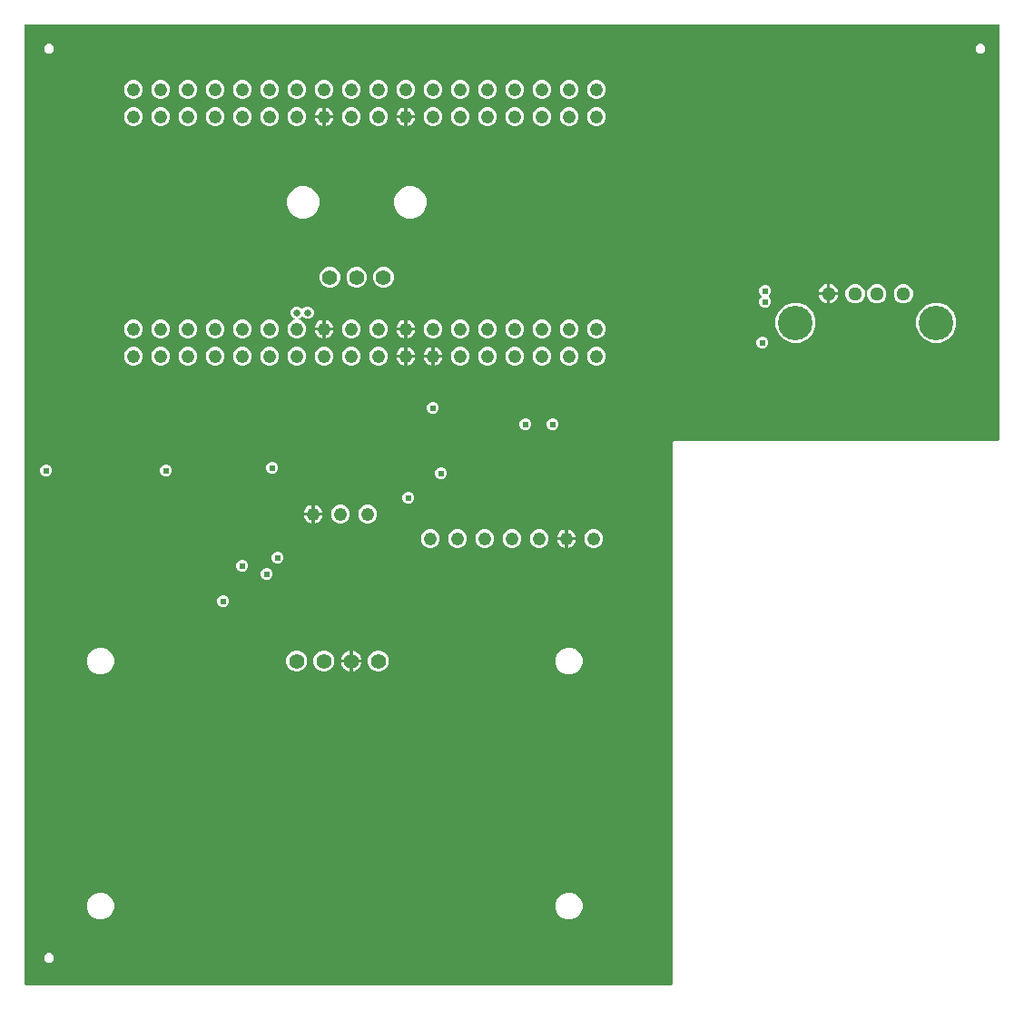
<source format=gbr>
G04 EAGLE Gerber RS-274X export*
G75*
%MOMM*%
%FSLAX34Y34*%
%LPD*%
%INCopper Layer 2*%
%IPPOS*%
%AMOC8*
5,1,8,0,0,1.08239X$1,22.5*%
G01*
%ADD10C,1.244600*%
%ADD11C,1.422400*%
%ADD12C,1.288000*%
%ADD13C,3.220000*%
%ADD14C,1.400000*%
%ADD15C,0.609600*%
%ADD16C,0.654800*%

G36*
X606318Y2544D02*
X606318Y2544D01*
X606337Y2542D01*
X606439Y2564D01*
X606541Y2580D01*
X606558Y2590D01*
X606578Y2594D01*
X606667Y2647D01*
X606758Y2696D01*
X606772Y2710D01*
X606789Y2720D01*
X606856Y2799D01*
X606928Y2874D01*
X606936Y2892D01*
X606949Y2907D01*
X606988Y3003D01*
X607031Y3097D01*
X607033Y3117D01*
X607041Y3135D01*
X607059Y3302D01*
X607059Y509052D01*
X608548Y510541D01*
X911098Y510541D01*
X911118Y510544D01*
X911137Y510542D01*
X911239Y510564D01*
X911341Y510580D01*
X911358Y510590D01*
X911378Y510594D01*
X911467Y510647D01*
X911558Y510696D01*
X911572Y510710D01*
X911589Y510720D01*
X911656Y510799D01*
X911728Y510874D01*
X911736Y510892D01*
X911749Y510907D01*
X911788Y511003D01*
X911831Y511097D01*
X911833Y511117D01*
X911841Y511135D01*
X911859Y511302D01*
X911859Y898398D01*
X911856Y898418D01*
X911858Y898437D01*
X911836Y898539D01*
X911820Y898641D01*
X911810Y898658D01*
X911806Y898678D01*
X911753Y898767D01*
X911704Y898858D01*
X911690Y898872D01*
X911680Y898889D01*
X911601Y898956D01*
X911526Y899028D01*
X911508Y899036D01*
X911493Y899049D01*
X911397Y899088D01*
X911303Y899131D01*
X911283Y899133D01*
X911265Y899141D01*
X911098Y899159D01*
X3302Y899159D01*
X3282Y899156D01*
X3263Y899158D01*
X3161Y899136D01*
X3059Y899120D01*
X3042Y899110D01*
X3022Y899106D01*
X2933Y899053D01*
X2842Y899004D01*
X2828Y898990D01*
X2811Y898980D01*
X2744Y898901D01*
X2672Y898826D01*
X2664Y898808D01*
X2651Y898793D01*
X2612Y898697D01*
X2569Y898603D01*
X2567Y898583D01*
X2559Y898565D01*
X2541Y898398D01*
X2541Y3302D01*
X2544Y3282D01*
X2542Y3263D01*
X2564Y3161D01*
X2580Y3059D01*
X2590Y3042D01*
X2594Y3022D01*
X2647Y2933D01*
X2696Y2842D01*
X2710Y2828D01*
X2720Y2811D01*
X2799Y2744D01*
X2874Y2672D01*
X2892Y2664D01*
X2907Y2651D01*
X3003Y2612D01*
X3097Y2569D01*
X3117Y2567D01*
X3135Y2559D01*
X3302Y2541D01*
X606298Y2541D01*
X606318Y2544D01*
G37*
%LPC*%
G36*
X849392Y601959D02*
X849392Y601959D01*
X842541Y604797D01*
X837297Y610041D01*
X834459Y616892D01*
X834459Y624308D01*
X837297Y631159D01*
X842541Y636403D01*
X849392Y639241D01*
X856808Y639241D01*
X863659Y636403D01*
X868903Y631159D01*
X871741Y624308D01*
X871741Y616892D01*
X868903Y610041D01*
X863659Y604797D01*
X856808Y601959D01*
X849392Y601959D01*
G37*
%LPD*%
%LPC*%
G36*
X717992Y601959D02*
X717992Y601959D01*
X711141Y604797D01*
X705897Y610041D01*
X703059Y616892D01*
X703059Y624308D01*
X705897Y631159D01*
X711141Y636403D01*
X717992Y639241D01*
X725408Y639241D01*
X732259Y636403D01*
X737503Y631159D01*
X740341Y624308D01*
X740341Y616892D01*
X737503Y610041D01*
X732259Y604797D01*
X725408Y601959D01*
X717992Y601959D01*
G37*
%LPD*%
%LPC*%
G36*
X359428Y717899D02*
X359428Y717899D01*
X353900Y720189D01*
X349669Y724420D01*
X347379Y729948D01*
X347379Y735932D01*
X349669Y741460D01*
X353900Y745691D01*
X359428Y747981D01*
X365412Y747981D01*
X370940Y745691D01*
X375171Y741460D01*
X377461Y735932D01*
X377461Y729948D01*
X375171Y724420D01*
X370940Y720189D01*
X365412Y717899D01*
X359428Y717899D01*
G37*
%LPD*%
%LPC*%
G36*
X259428Y717899D02*
X259428Y717899D01*
X253900Y720189D01*
X249669Y724420D01*
X247379Y729948D01*
X247379Y735932D01*
X249669Y741460D01*
X253900Y745691D01*
X259428Y747981D01*
X265412Y747981D01*
X270940Y745691D01*
X275171Y741460D01*
X277461Y735932D01*
X277461Y729948D01*
X275171Y724420D01*
X270940Y720189D01*
X265412Y717899D01*
X259428Y717899D01*
G37*
%LPD*%
%LPC*%
G36*
X71165Y63659D02*
X71165Y63659D01*
X66556Y65568D01*
X63028Y69096D01*
X61119Y73705D01*
X61119Y78695D01*
X63028Y83304D01*
X66556Y86832D01*
X71165Y88741D01*
X76155Y88741D01*
X80764Y86832D01*
X84292Y83304D01*
X86201Y78695D01*
X86201Y73705D01*
X84292Y69096D01*
X80764Y65568D01*
X76155Y63659D01*
X71165Y63659D01*
G37*
%LPD*%
%LPC*%
G36*
X508045Y292259D02*
X508045Y292259D01*
X503436Y294168D01*
X499908Y297696D01*
X497999Y302305D01*
X497999Y307295D01*
X499908Y311904D01*
X503436Y315432D01*
X508045Y317341D01*
X513035Y317341D01*
X517644Y315432D01*
X521172Y311904D01*
X523081Y307295D01*
X523081Y302305D01*
X521172Y297696D01*
X517644Y294168D01*
X513035Y292259D01*
X508045Y292259D01*
G37*
%LPD*%
%LPC*%
G36*
X71165Y292259D02*
X71165Y292259D01*
X66556Y294168D01*
X63028Y297696D01*
X61119Y302305D01*
X61119Y307295D01*
X63028Y311904D01*
X66556Y315432D01*
X71165Y317341D01*
X76155Y317341D01*
X80764Y315432D01*
X84292Y311904D01*
X86201Y307295D01*
X86201Y302305D01*
X84292Y297696D01*
X80764Y294168D01*
X76155Y292259D01*
X71165Y292259D01*
G37*
%LPD*%
%LPC*%
G36*
X508045Y63659D02*
X508045Y63659D01*
X503436Y65568D01*
X499908Y69096D01*
X497999Y73705D01*
X497999Y78695D01*
X499908Y83304D01*
X503436Y86832D01*
X508045Y88741D01*
X513035Y88741D01*
X517644Y86832D01*
X521172Y83304D01*
X523081Y78695D01*
X523081Y73705D01*
X521172Y69096D01*
X517644Y65568D01*
X513035Y63659D01*
X508045Y63659D01*
G37*
%LPD*%
%LPC*%
G36*
X254797Y605916D02*
X254797Y605916D01*
X251576Y607250D01*
X249110Y609716D01*
X247776Y612937D01*
X247776Y616423D01*
X249110Y619644D01*
X251576Y622110D01*
X254191Y623193D01*
X254252Y623230D01*
X254317Y623260D01*
X254356Y623295D01*
X254400Y623322D01*
X254446Y623378D01*
X254498Y623426D01*
X254523Y623472D01*
X254557Y623512D01*
X254582Y623579D01*
X254617Y623642D01*
X254626Y623693D01*
X254645Y623741D01*
X254648Y623813D01*
X254661Y623884D01*
X254653Y623935D01*
X254655Y623987D01*
X254635Y624056D01*
X254625Y624127D01*
X254601Y624173D01*
X254587Y624223D01*
X254546Y624282D01*
X254513Y624346D01*
X254476Y624383D01*
X254446Y624425D01*
X254389Y624468D01*
X254338Y624518D01*
X254275Y624553D01*
X254249Y624572D01*
X254227Y624579D01*
X254191Y624599D01*
X253246Y624991D01*
X251611Y626626D01*
X250725Y628763D01*
X250725Y631077D01*
X251611Y633214D01*
X253246Y634849D01*
X255383Y635735D01*
X257697Y635735D01*
X259834Y634849D01*
X261082Y633602D01*
X261098Y633590D01*
X261110Y633574D01*
X261198Y633518D01*
X261281Y633458D01*
X261300Y633452D01*
X261317Y633441D01*
X261418Y633416D01*
X261517Y633386D01*
X261536Y633386D01*
X261556Y633381D01*
X261659Y633389D01*
X261762Y633392D01*
X261781Y633399D01*
X261801Y633400D01*
X261896Y633441D01*
X261993Y633476D01*
X262009Y633489D01*
X262027Y633497D01*
X262158Y633602D01*
X263406Y634849D01*
X265543Y635735D01*
X267857Y635735D01*
X269994Y634849D01*
X271629Y633214D01*
X272515Y631077D01*
X272515Y628763D01*
X271629Y626626D01*
X269994Y624991D01*
X267857Y624105D01*
X265543Y624105D01*
X263406Y624991D01*
X262158Y626238D01*
X262142Y626250D01*
X262130Y626266D01*
X262042Y626322D01*
X261959Y626382D01*
X261940Y626388D01*
X261923Y626399D01*
X261822Y626424D01*
X261723Y626454D01*
X261704Y626454D01*
X261684Y626459D01*
X261581Y626451D01*
X261478Y626448D01*
X261459Y626441D01*
X261439Y626440D01*
X261344Y626399D01*
X261247Y626364D01*
X261231Y626351D01*
X261213Y626343D01*
X261082Y626238D01*
X259834Y624991D01*
X258889Y624599D01*
X258828Y624561D01*
X258763Y624532D01*
X258725Y624497D01*
X258680Y624470D01*
X258634Y624414D01*
X258582Y624366D01*
X258557Y624320D01*
X258523Y624280D01*
X258498Y624213D01*
X258463Y624150D01*
X258454Y624099D01*
X258435Y624051D01*
X258432Y623979D01*
X258419Y623908D01*
X258427Y623857D01*
X258425Y623805D01*
X258445Y623736D01*
X258455Y623665D01*
X258479Y623619D01*
X258493Y623569D01*
X258534Y623510D01*
X258567Y623446D01*
X258604Y623409D01*
X258634Y623367D01*
X258691Y623324D01*
X258742Y623274D01*
X258805Y623239D01*
X258831Y623220D01*
X258853Y623213D01*
X258889Y623193D01*
X261504Y622110D01*
X263970Y619644D01*
X265304Y616423D01*
X265304Y612937D01*
X263970Y609716D01*
X261504Y607250D01*
X258283Y605916D01*
X254797Y605916D01*
G37*
%LPD*%
%LPC*%
G36*
X330820Y295147D02*
X330820Y295147D01*
X327272Y296617D01*
X324557Y299332D01*
X323087Y302880D01*
X323087Y306720D01*
X324557Y310268D01*
X327272Y312983D01*
X330820Y314453D01*
X334660Y314453D01*
X338208Y312983D01*
X340923Y310268D01*
X342393Y306720D01*
X342393Y302880D01*
X340923Y299332D01*
X338208Y296617D01*
X334660Y295147D01*
X330820Y295147D01*
G37*
%LPD*%
%LPC*%
G36*
X280020Y295147D02*
X280020Y295147D01*
X276472Y296617D01*
X273757Y299332D01*
X272287Y302880D01*
X272287Y306720D01*
X273757Y310268D01*
X276472Y312983D01*
X280020Y314453D01*
X283860Y314453D01*
X287408Y312983D01*
X290123Y310268D01*
X291593Y306720D01*
X291593Y302880D01*
X290123Y299332D01*
X287408Y296617D01*
X283860Y295147D01*
X280020Y295147D01*
G37*
%LPD*%
%LPC*%
G36*
X254620Y295147D02*
X254620Y295147D01*
X251072Y296617D01*
X248357Y299332D01*
X246887Y302880D01*
X246887Y306720D01*
X248357Y310268D01*
X251072Y312983D01*
X254620Y314453D01*
X258460Y314453D01*
X262008Y312983D01*
X264723Y310268D01*
X266193Y306720D01*
X266193Y302880D01*
X264723Y299332D01*
X262008Y296617D01*
X258460Y295147D01*
X254620Y295147D01*
G37*
%LPD*%
%LPC*%
G36*
X335522Y653399D02*
X335522Y653399D01*
X332016Y654852D01*
X329332Y657536D01*
X327879Y661042D01*
X327879Y664838D01*
X329332Y668344D01*
X332016Y671028D01*
X335522Y672481D01*
X339318Y672481D01*
X342824Y671028D01*
X345508Y668344D01*
X346961Y664838D01*
X346961Y661042D01*
X345508Y657536D01*
X342824Y654852D01*
X339318Y653399D01*
X335522Y653399D01*
G37*
%LPD*%
%LPC*%
G36*
X310522Y653399D02*
X310522Y653399D01*
X307016Y654852D01*
X304332Y657536D01*
X302879Y661042D01*
X302879Y664838D01*
X304332Y668344D01*
X307016Y671028D01*
X310522Y672481D01*
X314318Y672481D01*
X317824Y671028D01*
X320508Y668344D01*
X321961Y664838D01*
X321961Y661042D01*
X320508Y657536D01*
X317824Y654852D01*
X314318Y653399D01*
X310522Y653399D01*
G37*
%LPD*%
%LPC*%
G36*
X285522Y653399D02*
X285522Y653399D01*
X282016Y654852D01*
X279332Y657536D01*
X277879Y661042D01*
X277879Y664838D01*
X279332Y668344D01*
X282016Y671028D01*
X285522Y672481D01*
X289318Y672481D01*
X292824Y671028D01*
X295508Y668344D01*
X296961Y664838D01*
X296961Y661042D01*
X295508Y657536D01*
X292824Y654852D01*
X289318Y653399D01*
X285522Y653399D01*
G37*
%LPD*%
%LPC*%
G36*
X820614Y638719D02*
X820614Y638719D01*
X817313Y640087D01*
X814787Y642613D01*
X813419Y645914D01*
X813419Y649486D01*
X814787Y652787D01*
X817313Y655313D01*
X820614Y656681D01*
X824186Y656681D01*
X827487Y655313D01*
X830013Y652787D01*
X831381Y649486D01*
X831381Y645914D01*
X830013Y642613D01*
X827487Y640087D01*
X824186Y638719D01*
X820614Y638719D01*
G37*
%LPD*%
%LPC*%
G36*
X795614Y638719D02*
X795614Y638719D01*
X792313Y640087D01*
X789787Y642613D01*
X788419Y645914D01*
X788419Y649486D01*
X789787Y652787D01*
X792313Y655313D01*
X795614Y656681D01*
X799186Y656681D01*
X802487Y655313D01*
X805013Y652787D01*
X806381Y649486D01*
X806381Y645914D01*
X805013Y642613D01*
X802487Y640087D01*
X799186Y638719D01*
X795614Y638719D01*
G37*
%LPD*%
%LPC*%
G36*
X775614Y638719D02*
X775614Y638719D01*
X772313Y640087D01*
X769787Y642613D01*
X768419Y645914D01*
X768419Y649486D01*
X769787Y652787D01*
X772313Y655313D01*
X775614Y656681D01*
X779186Y656681D01*
X782487Y655313D01*
X785013Y652787D01*
X786381Y649486D01*
X786381Y645914D01*
X785013Y642613D01*
X782487Y640087D01*
X779186Y638719D01*
X775614Y638719D01*
G37*
%LPD*%
%LPC*%
G36*
X407197Y829436D02*
X407197Y829436D01*
X403976Y830770D01*
X401510Y833236D01*
X400176Y836457D01*
X400176Y839943D01*
X401510Y843164D01*
X403976Y845630D01*
X407197Y846964D01*
X410683Y846964D01*
X413904Y845630D01*
X416370Y843164D01*
X417704Y839943D01*
X417704Y836457D01*
X416370Y833236D01*
X413904Y830770D01*
X410683Y829436D01*
X407197Y829436D01*
G37*
%LPD*%
%LPC*%
G36*
X381797Y829436D02*
X381797Y829436D01*
X378576Y830770D01*
X376110Y833236D01*
X374776Y836457D01*
X374776Y839943D01*
X376110Y843164D01*
X378576Y845630D01*
X381797Y846964D01*
X385283Y846964D01*
X388504Y845630D01*
X390970Y843164D01*
X392304Y839943D01*
X392304Y836457D01*
X390970Y833236D01*
X388504Y830770D01*
X385283Y829436D01*
X381797Y829436D01*
G37*
%LPD*%
%LPC*%
G36*
X356397Y829436D02*
X356397Y829436D01*
X353176Y830770D01*
X350710Y833236D01*
X349376Y836457D01*
X349376Y839943D01*
X350710Y843164D01*
X353176Y845630D01*
X356397Y846964D01*
X359883Y846964D01*
X363104Y845630D01*
X365570Y843164D01*
X366904Y839943D01*
X366904Y836457D01*
X365570Y833236D01*
X363104Y830770D01*
X359883Y829436D01*
X356397Y829436D01*
G37*
%LPD*%
%LPC*%
G36*
X330997Y829436D02*
X330997Y829436D01*
X327776Y830770D01*
X325310Y833236D01*
X323976Y836457D01*
X323976Y839943D01*
X325310Y843164D01*
X327776Y845630D01*
X330997Y846964D01*
X334483Y846964D01*
X337704Y845630D01*
X340170Y843164D01*
X341504Y839943D01*
X341504Y836457D01*
X340170Y833236D01*
X337704Y830770D01*
X334483Y829436D01*
X330997Y829436D01*
G37*
%LPD*%
%LPC*%
G36*
X305597Y829436D02*
X305597Y829436D01*
X302376Y830770D01*
X299910Y833236D01*
X298576Y836457D01*
X298576Y839943D01*
X299910Y843164D01*
X302376Y845630D01*
X305597Y846964D01*
X309083Y846964D01*
X312304Y845630D01*
X314770Y843164D01*
X316104Y839943D01*
X316104Y836457D01*
X314770Y833236D01*
X312304Y830770D01*
X309083Y829436D01*
X305597Y829436D01*
G37*
%LPD*%
%LPC*%
G36*
X280197Y829436D02*
X280197Y829436D01*
X276976Y830770D01*
X274510Y833236D01*
X273176Y836457D01*
X273176Y839943D01*
X274510Y843164D01*
X276976Y845630D01*
X280197Y846964D01*
X283683Y846964D01*
X286904Y845630D01*
X289370Y843164D01*
X290704Y839943D01*
X290704Y836457D01*
X289370Y833236D01*
X286904Y830770D01*
X283683Y829436D01*
X280197Y829436D01*
G37*
%LPD*%
%LPC*%
G36*
X254797Y829436D02*
X254797Y829436D01*
X251576Y830770D01*
X249110Y833236D01*
X247776Y836457D01*
X247776Y839943D01*
X249110Y843164D01*
X251576Y845630D01*
X254797Y846964D01*
X258283Y846964D01*
X261504Y845630D01*
X263970Y843164D01*
X265304Y839943D01*
X265304Y836457D01*
X263970Y833236D01*
X261504Y830770D01*
X258283Y829436D01*
X254797Y829436D01*
G37*
%LPD*%
%LPC*%
G36*
X153197Y829436D02*
X153197Y829436D01*
X149976Y830770D01*
X147510Y833236D01*
X146176Y836457D01*
X146176Y839943D01*
X147510Y843164D01*
X149976Y845630D01*
X153197Y846964D01*
X156683Y846964D01*
X159904Y845630D01*
X162370Y843164D01*
X163704Y839943D01*
X163704Y836457D01*
X162370Y833236D01*
X159904Y830770D01*
X156683Y829436D01*
X153197Y829436D01*
G37*
%LPD*%
%LPC*%
G36*
X203997Y829436D02*
X203997Y829436D01*
X200776Y830770D01*
X198310Y833236D01*
X196976Y836457D01*
X196976Y839943D01*
X198310Y843164D01*
X200776Y845630D01*
X203997Y846964D01*
X207483Y846964D01*
X210704Y845630D01*
X213170Y843164D01*
X214504Y839943D01*
X214504Y836457D01*
X213170Y833236D01*
X210704Y830770D01*
X207483Y829436D01*
X203997Y829436D01*
G37*
%LPD*%
%LPC*%
G36*
X178597Y804036D02*
X178597Y804036D01*
X175376Y805370D01*
X172910Y807836D01*
X171576Y811057D01*
X171576Y814543D01*
X172910Y817764D01*
X175376Y820230D01*
X178597Y821564D01*
X182083Y821564D01*
X185304Y820230D01*
X187770Y817764D01*
X189104Y814543D01*
X189104Y811057D01*
X187770Y807836D01*
X185304Y805370D01*
X182083Y804036D01*
X178597Y804036D01*
G37*
%LPD*%
%LPC*%
G36*
X153197Y804036D02*
X153197Y804036D01*
X149976Y805370D01*
X147510Y807836D01*
X146176Y811057D01*
X146176Y814543D01*
X147510Y817764D01*
X149976Y820230D01*
X153197Y821564D01*
X156683Y821564D01*
X159904Y820230D01*
X162370Y817764D01*
X163704Y814543D01*
X163704Y811057D01*
X162370Y807836D01*
X159904Y805370D01*
X156683Y804036D01*
X153197Y804036D01*
G37*
%LPD*%
%LPC*%
G36*
X127797Y804036D02*
X127797Y804036D01*
X124576Y805370D01*
X122110Y807836D01*
X120776Y811057D01*
X120776Y814543D01*
X122110Y817764D01*
X124576Y820230D01*
X127797Y821564D01*
X131283Y821564D01*
X134504Y820230D01*
X136970Y817764D01*
X138304Y814543D01*
X138304Y811057D01*
X136970Y807836D01*
X134504Y805370D01*
X131283Y804036D01*
X127797Y804036D01*
G37*
%LPD*%
%LPC*%
G36*
X102397Y804036D02*
X102397Y804036D01*
X99176Y805370D01*
X96710Y807836D01*
X95376Y811057D01*
X95376Y814543D01*
X96710Y817764D01*
X99176Y820230D01*
X102397Y821564D01*
X105883Y821564D01*
X109104Y820230D01*
X111570Y817764D01*
X112904Y814543D01*
X112904Y811057D01*
X111570Y807836D01*
X109104Y805370D01*
X105883Y804036D01*
X102397Y804036D01*
G37*
%LPD*%
%LPC*%
G36*
X534197Y804036D02*
X534197Y804036D01*
X530976Y805370D01*
X528510Y807836D01*
X527176Y811057D01*
X527176Y814543D01*
X528510Y817764D01*
X530976Y820230D01*
X534197Y821564D01*
X537683Y821564D01*
X540904Y820230D01*
X543370Y817764D01*
X544704Y814543D01*
X544704Y811057D01*
X543370Y807836D01*
X540904Y805370D01*
X537683Y804036D01*
X534197Y804036D01*
G37*
%LPD*%
%LPC*%
G36*
X508797Y804036D02*
X508797Y804036D01*
X505576Y805370D01*
X503110Y807836D01*
X501776Y811057D01*
X501776Y814543D01*
X503110Y817764D01*
X505576Y820230D01*
X508797Y821564D01*
X512283Y821564D01*
X515504Y820230D01*
X517970Y817764D01*
X519304Y814543D01*
X519304Y811057D01*
X517970Y807836D01*
X515504Y805370D01*
X512283Y804036D01*
X508797Y804036D01*
G37*
%LPD*%
%LPC*%
G36*
X483397Y804036D02*
X483397Y804036D01*
X480176Y805370D01*
X477710Y807836D01*
X476376Y811057D01*
X476376Y814543D01*
X477710Y817764D01*
X480176Y820230D01*
X483397Y821564D01*
X486883Y821564D01*
X490104Y820230D01*
X492570Y817764D01*
X493904Y814543D01*
X493904Y811057D01*
X492570Y807836D01*
X490104Y805370D01*
X486883Y804036D01*
X483397Y804036D01*
G37*
%LPD*%
%LPC*%
G36*
X457997Y804036D02*
X457997Y804036D01*
X454776Y805370D01*
X452310Y807836D01*
X450976Y811057D01*
X450976Y814543D01*
X452310Y817764D01*
X454776Y820230D01*
X457997Y821564D01*
X461483Y821564D01*
X464704Y820230D01*
X467170Y817764D01*
X468504Y814543D01*
X468504Y811057D01*
X467170Y807836D01*
X464704Y805370D01*
X461483Y804036D01*
X457997Y804036D01*
G37*
%LPD*%
%LPC*%
G36*
X432597Y804036D02*
X432597Y804036D01*
X429376Y805370D01*
X426910Y807836D01*
X425576Y811057D01*
X425576Y814543D01*
X426910Y817764D01*
X429376Y820230D01*
X432597Y821564D01*
X436083Y821564D01*
X439304Y820230D01*
X441770Y817764D01*
X443104Y814543D01*
X443104Y811057D01*
X441770Y807836D01*
X439304Y805370D01*
X436083Y804036D01*
X432597Y804036D01*
G37*
%LPD*%
%LPC*%
G36*
X407197Y804036D02*
X407197Y804036D01*
X403976Y805370D01*
X401510Y807836D01*
X400176Y811057D01*
X400176Y814543D01*
X401510Y817764D01*
X403976Y820230D01*
X407197Y821564D01*
X410683Y821564D01*
X413904Y820230D01*
X416370Y817764D01*
X417704Y814543D01*
X417704Y811057D01*
X416370Y807836D01*
X413904Y805370D01*
X410683Y804036D01*
X407197Y804036D01*
G37*
%LPD*%
%LPC*%
G36*
X381797Y804036D02*
X381797Y804036D01*
X378576Y805370D01*
X376110Y807836D01*
X374776Y811057D01*
X374776Y814543D01*
X376110Y817764D01*
X378576Y820230D01*
X381797Y821564D01*
X385283Y821564D01*
X388504Y820230D01*
X390970Y817764D01*
X392304Y814543D01*
X392304Y811057D01*
X390970Y807836D01*
X388504Y805370D01*
X385283Y804036D01*
X381797Y804036D01*
G37*
%LPD*%
%LPC*%
G36*
X330997Y804036D02*
X330997Y804036D01*
X327776Y805370D01*
X325310Y807836D01*
X323976Y811057D01*
X323976Y814543D01*
X325310Y817764D01*
X327776Y820230D01*
X330997Y821564D01*
X334483Y821564D01*
X337704Y820230D01*
X340170Y817764D01*
X341504Y814543D01*
X341504Y811057D01*
X340170Y807836D01*
X337704Y805370D01*
X334483Y804036D01*
X330997Y804036D01*
G37*
%LPD*%
%LPC*%
G36*
X305597Y804036D02*
X305597Y804036D01*
X302376Y805370D01*
X299910Y807836D01*
X298576Y811057D01*
X298576Y814543D01*
X299910Y817764D01*
X302376Y820230D01*
X305597Y821564D01*
X309083Y821564D01*
X312304Y820230D01*
X314770Y817764D01*
X316104Y814543D01*
X316104Y811057D01*
X314770Y807836D01*
X312304Y805370D01*
X309083Y804036D01*
X305597Y804036D01*
G37*
%LPD*%
%LPC*%
G36*
X254797Y804036D02*
X254797Y804036D01*
X251576Y805370D01*
X249110Y807836D01*
X247776Y811057D01*
X247776Y814543D01*
X249110Y817764D01*
X251576Y820230D01*
X254797Y821564D01*
X258283Y821564D01*
X261504Y820230D01*
X263970Y817764D01*
X265304Y814543D01*
X265304Y811057D01*
X263970Y807836D01*
X261504Y805370D01*
X258283Y804036D01*
X254797Y804036D01*
G37*
%LPD*%
%LPC*%
G36*
X229397Y804036D02*
X229397Y804036D01*
X226176Y805370D01*
X223710Y807836D01*
X222376Y811057D01*
X222376Y814543D01*
X223710Y817764D01*
X226176Y820230D01*
X229397Y821564D01*
X232883Y821564D01*
X236104Y820230D01*
X238570Y817764D01*
X239904Y814543D01*
X239904Y811057D01*
X238570Y807836D01*
X236104Y805370D01*
X232883Y804036D01*
X229397Y804036D01*
G37*
%LPD*%
%LPC*%
G36*
X203997Y804036D02*
X203997Y804036D01*
X200776Y805370D01*
X198310Y807836D01*
X196976Y811057D01*
X196976Y814543D01*
X198310Y817764D01*
X200776Y820230D01*
X203997Y821564D01*
X207483Y821564D01*
X210704Y820230D01*
X213170Y817764D01*
X214504Y814543D01*
X214504Y811057D01*
X213170Y807836D01*
X210704Y805370D01*
X207483Y804036D01*
X203997Y804036D01*
G37*
%LPD*%
%LPC*%
G36*
X203997Y580516D02*
X203997Y580516D01*
X200776Y581850D01*
X198310Y584316D01*
X196976Y587537D01*
X196976Y591023D01*
X198310Y594244D01*
X200776Y596710D01*
X203997Y598044D01*
X207483Y598044D01*
X210704Y596710D01*
X213170Y594244D01*
X214504Y591023D01*
X214504Y587537D01*
X213170Y584316D01*
X210704Y581850D01*
X207483Y580516D01*
X203997Y580516D01*
G37*
%LPD*%
%LPC*%
G36*
X229397Y580516D02*
X229397Y580516D01*
X226176Y581850D01*
X223710Y584316D01*
X222376Y587537D01*
X222376Y591023D01*
X223710Y594244D01*
X226176Y596710D01*
X229397Y598044D01*
X232883Y598044D01*
X236104Y596710D01*
X238570Y594244D01*
X239904Y591023D01*
X239904Y587537D01*
X238570Y584316D01*
X236104Y581850D01*
X232883Y580516D01*
X229397Y580516D01*
G37*
%LPD*%
%LPC*%
G36*
X254797Y580516D02*
X254797Y580516D01*
X251576Y581850D01*
X249110Y584316D01*
X247776Y587537D01*
X247776Y591023D01*
X249110Y594244D01*
X251576Y596710D01*
X254797Y598044D01*
X258283Y598044D01*
X261504Y596710D01*
X263970Y594244D01*
X265304Y591023D01*
X265304Y587537D01*
X263970Y584316D01*
X261504Y581850D01*
X258283Y580516D01*
X254797Y580516D01*
G37*
%LPD*%
%LPC*%
G36*
X330997Y580516D02*
X330997Y580516D01*
X327776Y581850D01*
X325310Y584316D01*
X323976Y587537D01*
X323976Y591023D01*
X325310Y594244D01*
X327776Y596710D01*
X330997Y598044D01*
X334483Y598044D01*
X337704Y596710D01*
X340170Y594244D01*
X341504Y591023D01*
X341504Y587537D01*
X340170Y584316D01*
X337704Y581850D01*
X334483Y580516D01*
X330997Y580516D01*
G37*
%LPD*%
%LPC*%
G36*
X457997Y580516D02*
X457997Y580516D01*
X454776Y581850D01*
X452310Y584316D01*
X450976Y587537D01*
X450976Y591023D01*
X452310Y594244D01*
X454776Y596710D01*
X457997Y598044D01*
X461483Y598044D01*
X464704Y596710D01*
X467170Y594244D01*
X468504Y591023D01*
X468504Y587537D01*
X467170Y584316D01*
X464704Y581850D01*
X461483Y580516D01*
X457997Y580516D01*
G37*
%LPD*%
%LPC*%
G36*
X483397Y580516D02*
X483397Y580516D01*
X480176Y581850D01*
X477710Y584316D01*
X476376Y587537D01*
X476376Y591023D01*
X477710Y594244D01*
X480176Y596710D01*
X483397Y598044D01*
X486883Y598044D01*
X490104Y596710D01*
X492570Y594244D01*
X493904Y591023D01*
X493904Y587537D01*
X492570Y584316D01*
X490104Y581850D01*
X486883Y580516D01*
X483397Y580516D01*
G37*
%LPD*%
%LPC*%
G36*
X508797Y580516D02*
X508797Y580516D01*
X505576Y581850D01*
X503110Y584316D01*
X501776Y587537D01*
X501776Y591023D01*
X503110Y594244D01*
X505576Y596710D01*
X508797Y598044D01*
X512283Y598044D01*
X515504Y596710D01*
X517970Y594244D01*
X519304Y591023D01*
X519304Y587537D01*
X517970Y584316D01*
X515504Y581850D01*
X512283Y580516D01*
X508797Y580516D01*
G37*
%LPD*%
%LPC*%
G36*
X534197Y580516D02*
X534197Y580516D01*
X530976Y581850D01*
X528510Y584316D01*
X527176Y587537D01*
X527176Y591023D01*
X528510Y594244D01*
X530976Y596710D01*
X534197Y598044D01*
X537683Y598044D01*
X540904Y596710D01*
X543370Y594244D01*
X544704Y591023D01*
X544704Y587537D01*
X543370Y584316D01*
X540904Y581850D01*
X537683Y580516D01*
X534197Y580516D01*
G37*
%LPD*%
%LPC*%
G36*
X305597Y580516D02*
X305597Y580516D01*
X302376Y581850D01*
X299910Y584316D01*
X298576Y587537D01*
X298576Y591023D01*
X299910Y594244D01*
X302376Y596710D01*
X305597Y598044D01*
X309083Y598044D01*
X312304Y596710D01*
X314770Y594244D01*
X316104Y591023D01*
X316104Y587537D01*
X314770Y584316D01*
X312304Y581850D01*
X309083Y580516D01*
X305597Y580516D01*
G37*
%LPD*%
%LPC*%
G36*
X280197Y580516D02*
X280197Y580516D01*
X276976Y581850D01*
X274510Y584316D01*
X273176Y587537D01*
X273176Y591023D01*
X274510Y594244D01*
X276976Y596710D01*
X280197Y598044D01*
X283683Y598044D01*
X286904Y596710D01*
X289370Y594244D01*
X290704Y591023D01*
X290704Y587537D01*
X289370Y584316D01*
X286904Y581850D01*
X283683Y580516D01*
X280197Y580516D01*
G37*
%LPD*%
%LPC*%
G36*
X229397Y605916D02*
X229397Y605916D01*
X226176Y607250D01*
X223710Y609716D01*
X222376Y612937D01*
X222376Y616423D01*
X223710Y619644D01*
X226176Y622110D01*
X229397Y623444D01*
X232883Y623444D01*
X236104Y622110D01*
X238570Y619644D01*
X239904Y616423D01*
X239904Y612937D01*
X238570Y609716D01*
X236104Y607250D01*
X232883Y605916D01*
X229397Y605916D01*
G37*
%LPD*%
%LPC*%
G36*
X102397Y580516D02*
X102397Y580516D01*
X99176Y581850D01*
X96710Y584316D01*
X95376Y587537D01*
X95376Y591023D01*
X96710Y594244D01*
X99176Y596710D01*
X102397Y598044D01*
X105883Y598044D01*
X109104Y596710D01*
X111570Y594244D01*
X112904Y591023D01*
X112904Y587537D01*
X111570Y584316D01*
X109104Y581850D01*
X105883Y580516D01*
X102397Y580516D01*
G37*
%LPD*%
%LPC*%
G36*
X407197Y580516D02*
X407197Y580516D01*
X403976Y581850D01*
X401510Y584316D01*
X400176Y587537D01*
X400176Y591023D01*
X401510Y594244D01*
X403976Y596710D01*
X407197Y598044D01*
X410683Y598044D01*
X413904Y596710D01*
X416370Y594244D01*
X417704Y591023D01*
X417704Y587537D01*
X416370Y584316D01*
X413904Y581850D01*
X410683Y580516D01*
X407197Y580516D01*
G37*
%LPD*%
%LPC*%
G36*
X127797Y580516D02*
X127797Y580516D01*
X124576Y581850D01*
X122110Y584316D01*
X120776Y587537D01*
X120776Y591023D01*
X122110Y594244D01*
X124576Y596710D01*
X127797Y598044D01*
X131283Y598044D01*
X134504Y596710D01*
X136970Y594244D01*
X138304Y591023D01*
X138304Y587537D01*
X136970Y584316D01*
X134504Y581850D01*
X131283Y580516D01*
X127797Y580516D01*
G37*
%LPD*%
%LPC*%
G36*
X432597Y580516D02*
X432597Y580516D01*
X429376Y581850D01*
X426910Y584316D01*
X425576Y587537D01*
X425576Y591023D01*
X426910Y594244D01*
X429376Y596710D01*
X432597Y598044D01*
X436083Y598044D01*
X439304Y596710D01*
X441770Y594244D01*
X443104Y591023D01*
X443104Y587537D01*
X441770Y584316D01*
X439304Y581850D01*
X436083Y580516D01*
X432597Y580516D01*
G37*
%LPD*%
%LPC*%
G36*
X203997Y605916D02*
X203997Y605916D01*
X200776Y607250D01*
X198310Y609716D01*
X196976Y612937D01*
X196976Y616423D01*
X198310Y619644D01*
X200776Y622110D01*
X203997Y623444D01*
X207483Y623444D01*
X210704Y622110D01*
X213170Y619644D01*
X214504Y616423D01*
X214504Y612937D01*
X213170Y609716D01*
X210704Y607250D01*
X207483Y605916D01*
X203997Y605916D01*
G37*
%LPD*%
%LPC*%
G36*
X229397Y829436D02*
X229397Y829436D01*
X226176Y830770D01*
X223710Y833236D01*
X222376Y836457D01*
X222376Y839943D01*
X223710Y843164D01*
X226176Y845630D01*
X229397Y846964D01*
X232883Y846964D01*
X236104Y845630D01*
X238570Y843164D01*
X239904Y839943D01*
X239904Y836457D01*
X238570Y833236D01*
X236104Y830770D01*
X232883Y829436D01*
X229397Y829436D01*
G37*
%LPD*%
%LPC*%
G36*
X102397Y829436D02*
X102397Y829436D01*
X99176Y830770D01*
X96710Y833236D01*
X95376Y836457D01*
X95376Y839943D01*
X96710Y843164D01*
X99176Y845630D01*
X102397Y846964D01*
X105883Y846964D01*
X109104Y845630D01*
X111570Y843164D01*
X112904Y839943D01*
X112904Y836457D01*
X111570Y833236D01*
X109104Y830770D01*
X105883Y829436D01*
X102397Y829436D01*
G37*
%LPD*%
%LPC*%
G36*
X178597Y605916D02*
X178597Y605916D01*
X175376Y607250D01*
X172910Y609716D01*
X171576Y612937D01*
X171576Y616423D01*
X172910Y619644D01*
X175376Y622110D01*
X178597Y623444D01*
X182083Y623444D01*
X185304Y622110D01*
X187770Y619644D01*
X189104Y616423D01*
X189104Y612937D01*
X187770Y609716D01*
X185304Y607250D01*
X182083Y605916D01*
X178597Y605916D01*
G37*
%LPD*%
%LPC*%
G36*
X153197Y605916D02*
X153197Y605916D01*
X149976Y607250D01*
X147510Y609716D01*
X146176Y612937D01*
X146176Y616423D01*
X147510Y619644D01*
X149976Y622110D01*
X153197Y623444D01*
X156683Y623444D01*
X159904Y622110D01*
X162370Y619644D01*
X163704Y616423D01*
X163704Y612937D01*
X162370Y609716D01*
X159904Y607250D01*
X156683Y605916D01*
X153197Y605916D01*
G37*
%LPD*%
%LPC*%
G36*
X127797Y605916D02*
X127797Y605916D01*
X124576Y607250D01*
X122110Y609716D01*
X120776Y612937D01*
X120776Y616423D01*
X122110Y619644D01*
X124576Y622110D01*
X127797Y623444D01*
X131283Y623444D01*
X134504Y622110D01*
X136970Y619644D01*
X138304Y616423D01*
X138304Y612937D01*
X136970Y609716D01*
X134504Y607250D01*
X131283Y605916D01*
X127797Y605916D01*
G37*
%LPD*%
%LPC*%
G36*
X102397Y605916D02*
X102397Y605916D01*
X99176Y607250D01*
X96710Y609716D01*
X95376Y612937D01*
X95376Y616423D01*
X96710Y619644D01*
X99176Y622110D01*
X102397Y623444D01*
X105883Y623444D01*
X109104Y622110D01*
X111570Y619644D01*
X112904Y616423D01*
X112904Y612937D01*
X111570Y609716D01*
X109104Y607250D01*
X105883Y605916D01*
X102397Y605916D01*
G37*
%LPD*%
%LPC*%
G36*
X534197Y605916D02*
X534197Y605916D01*
X530976Y607250D01*
X528510Y609716D01*
X527176Y612937D01*
X527176Y616423D01*
X528510Y619644D01*
X530976Y622110D01*
X534197Y623444D01*
X537683Y623444D01*
X540904Y622110D01*
X543370Y619644D01*
X544704Y616423D01*
X544704Y612937D01*
X543370Y609716D01*
X540904Y607250D01*
X537683Y605916D01*
X534197Y605916D01*
G37*
%LPD*%
%LPC*%
G36*
X508797Y605916D02*
X508797Y605916D01*
X505576Y607250D01*
X503110Y609716D01*
X501776Y612937D01*
X501776Y616423D01*
X503110Y619644D01*
X505576Y622110D01*
X508797Y623444D01*
X512283Y623444D01*
X515504Y622110D01*
X517970Y619644D01*
X519304Y616423D01*
X519304Y612937D01*
X517970Y609716D01*
X515504Y607250D01*
X512283Y605916D01*
X508797Y605916D01*
G37*
%LPD*%
%LPC*%
G36*
X483397Y605916D02*
X483397Y605916D01*
X480176Y607250D01*
X477710Y609716D01*
X476376Y612937D01*
X476376Y616423D01*
X477710Y619644D01*
X480176Y622110D01*
X483397Y623444D01*
X486883Y623444D01*
X490104Y622110D01*
X492570Y619644D01*
X493904Y616423D01*
X493904Y612937D01*
X492570Y609716D01*
X490104Y607250D01*
X486883Y605916D01*
X483397Y605916D01*
G37*
%LPD*%
%LPC*%
G36*
X457997Y605916D02*
X457997Y605916D01*
X454776Y607250D01*
X452310Y609716D01*
X450976Y612937D01*
X450976Y616423D01*
X452310Y619644D01*
X454776Y622110D01*
X457997Y623444D01*
X461483Y623444D01*
X464704Y622110D01*
X467170Y619644D01*
X468504Y616423D01*
X468504Y612937D01*
X467170Y609716D01*
X464704Y607250D01*
X461483Y605916D01*
X457997Y605916D01*
G37*
%LPD*%
%LPC*%
G36*
X432597Y605916D02*
X432597Y605916D01*
X429376Y607250D01*
X426910Y609716D01*
X425576Y612937D01*
X425576Y616423D01*
X426910Y619644D01*
X429376Y622110D01*
X432597Y623444D01*
X436083Y623444D01*
X439304Y622110D01*
X441770Y619644D01*
X443104Y616423D01*
X443104Y612937D01*
X441770Y609716D01*
X439304Y607250D01*
X436083Y605916D01*
X432597Y605916D01*
G37*
%LPD*%
%LPC*%
G36*
X407197Y605916D02*
X407197Y605916D01*
X403976Y607250D01*
X401510Y609716D01*
X400176Y612937D01*
X400176Y616423D01*
X401510Y619644D01*
X403976Y622110D01*
X407197Y623444D01*
X410683Y623444D01*
X413904Y622110D01*
X416370Y619644D01*
X417704Y616423D01*
X417704Y612937D01*
X416370Y609716D01*
X413904Y607250D01*
X410683Y605916D01*
X407197Y605916D01*
G37*
%LPD*%
%LPC*%
G36*
X381797Y605916D02*
X381797Y605916D01*
X378576Y607250D01*
X376110Y609716D01*
X374776Y612937D01*
X374776Y616423D01*
X376110Y619644D01*
X378576Y622110D01*
X381797Y623444D01*
X385283Y623444D01*
X388504Y622110D01*
X390970Y619644D01*
X392304Y616423D01*
X392304Y612937D01*
X390970Y609716D01*
X388504Y607250D01*
X385283Y605916D01*
X381797Y605916D01*
G37*
%LPD*%
%LPC*%
G36*
X330997Y605916D02*
X330997Y605916D01*
X327776Y607250D01*
X325310Y609716D01*
X323976Y612937D01*
X323976Y616423D01*
X325310Y619644D01*
X327776Y622110D01*
X330997Y623444D01*
X334483Y623444D01*
X337704Y622110D01*
X340170Y619644D01*
X341504Y616423D01*
X341504Y612937D01*
X340170Y609716D01*
X337704Y607250D01*
X334483Y605916D01*
X330997Y605916D01*
G37*
%LPD*%
%LPC*%
G36*
X305597Y605916D02*
X305597Y605916D01*
X302376Y607250D01*
X299910Y609716D01*
X298576Y612937D01*
X298576Y616423D01*
X299910Y619644D01*
X302376Y622110D01*
X305597Y623444D01*
X309083Y623444D01*
X312304Y622110D01*
X314770Y619644D01*
X316104Y616423D01*
X316104Y612937D01*
X314770Y609716D01*
X312304Y607250D01*
X309083Y605916D01*
X305597Y605916D01*
G37*
%LPD*%
%LPC*%
G36*
X178597Y580516D02*
X178597Y580516D01*
X175376Y581850D01*
X172910Y584316D01*
X171576Y587537D01*
X171576Y591023D01*
X172910Y594244D01*
X175376Y596710D01*
X178597Y598044D01*
X182083Y598044D01*
X185304Y596710D01*
X187770Y594244D01*
X189104Y591023D01*
X189104Y587537D01*
X187770Y584316D01*
X185304Y581850D01*
X182083Y580516D01*
X178597Y580516D01*
G37*
%LPD*%
%LPC*%
G36*
X153197Y580516D02*
X153197Y580516D01*
X149976Y581850D01*
X147510Y584316D01*
X146176Y587537D01*
X146176Y591023D01*
X147510Y594244D01*
X149976Y596710D01*
X153197Y598044D01*
X156683Y598044D01*
X159904Y596710D01*
X162370Y594244D01*
X163704Y591023D01*
X163704Y587537D01*
X162370Y584316D01*
X159904Y581850D01*
X156683Y580516D01*
X153197Y580516D01*
G37*
%LPD*%
%LPC*%
G36*
X178597Y829436D02*
X178597Y829436D01*
X175376Y830770D01*
X172910Y833236D01*
X171576Y836457D01*
X171576Y839943D01*
X172910Y843164D01*
X175376Y845630D01*
X178597Y846964D01*
X182083Y846964D01*
X185304Y845630D01*
X187770Y843164D01*
X189104Y839943D01*
X189104Y836457D01*
X187770Y833236D01*
X185304Y830770D01*
X182083Y829436D01*
X178597Y829436D01*
G37*
%LPD*%
%LPC*%
G36*
X320837Y433196D02*
X320837Y433196D01*
X317616Y434530D01*
X315150Y436996D01*
X313816Y440217D01*
X313816Y443703D01*
X315150Y446924D01*
X317616Y449390D01*
X320837Y450724D01*
X324323Y450724D01*
X327544Y449390D01*
X330010Y446924D01*
X331344Y443703D01*
X331344Y440217D01*
X330010Y436996D01*
X327544Y434530D01*
X324323Y433196D01*
X320837Y433196D01*
G37*
%LPD*%
%LPC*%
G36*
X295437Y433196D02*
X295437Y433196D01*
X292216Y434530D01*
X289750Y436996D01*
X288416Y440217D01*
X288416Y443703D01*
X289750Y446924D01*
X292216Y449390D01*
X295437Y450724D01*
X298923Y450724D01*
X302144Y449390D01*
X304610Y446924D01*
X305944Y443703D01*
X305944Y440217D01*
X304610Y436996D01*
X302144Y434530D01*
X298923Y433196D01*
X295437Y433196D01*
G37*
%LPD*%
%LPC*%
G36*
X404657Y410336D02*
X404657Y410336D01*
X401436Y411670D01*
X398970Y414136D01*
X397636Y417357D01*
X397636Y420843D01*
X398970Y424064D01*
X401436Y426530D01*
X404657Y427864D01*
X408143Y427864D01*
X411364Y426530D01*
X413830Y424064D01*
X415164Y420843D01*
X415164Y417357D01*
X413830Y414136D01*
X411364Y411670D01*
X408143Y410336D01*
X404657Y410336D01*
G37*
%LPD*%
%LPC*%
G36*
X379257Y410336D02*
X379257Y410336D01*
X376036Y411670D01*
X373570Y414136D01*
X372236Y417357D01*
X372236Y420843D01*
X373570Y424064D01*
X376036Y426530D01*
X379257Y427864D01*
X382743Y427864D01*
X385964Y426530D01*
X388430Y424064D01*
X389764Y420843D01*
X389764Y417357D01*
X388430Y414136D01*
X385964Y411670D01*
X382743Y410336D01*
X379257Y410336D01*
G37*
%LPD*%
%LPC*%
G36*
X531657Y410336D02*
X531657Y410336D01*
X528436Y411670D01*
X525970Y414136D01*
X524636Y417357D01*
X524636Y420843D01*
X525970Y424064D01*
X528436Y426530D01*
X531657Y427864D01*
X535143Y427864D01*
X538364Y426530D01*
X540830Y424064D01*
X542164Y420843D01*
X542164Y417357D01*
X540830Y414136D01*
X538364Y411670D01*
X535143Y410336D01*
X531657Y410336D01*
G37*
%LPD*%
%LPC*%
G36*
X480857Y410336D02*
X480857Y410336D01*
X477636Y411670D01*
X475170Y414136D01*
X473836Y417357D01*
X473836Y420843D01*
X475170Y424064D01*
X477636Y426530D01*
X480857Y427864D01*
X484343Y427864D01*
X487564Y426530D01*
X490030Y424064D01*
X491364Y420843D01*
X491364Y417357D01*
X490030Y414136D01*
X487564Y411670D01*
X484343Y410336D01*
X480857Y410336D01*
G37*
%LPD*%
%LPC*%
G36*
X455457Y410336D02*
X455457Y410336D01*
X452236Y411670D01*
X449770Y414136D01*
X448436Y417357D01*
X448436Y420843D01*
X449770Y424064D01*
X452236Y426530D01*
X455457Y427864D01*
X458943Y427864D01*
X462164Y426530D01*
X464630Y424064D01*
X465964Y420843D01*
X465964Y417357D01*
X464630Y414136D01*
X462164Y411670D01*
X458943Y410336D01*
X455457Y410336D01*
G37*
%LPD*%
%LPC*%
G36*
X430057Y410336D02*
X430057Y410336D01*
X426836Y411670D01*
X424370Y414136D01*
X423036Y417357D01*
X423036Y420843D01*
X424370Y424064D01*
X426836Y426530D01*
X430057Y427864D01*
X433543Y427864D01*
X436764Y426530D01*
X439230Y424064D01*
X440564Y420843D01*
X440564Y417357D01*
X439230Y414136D01*
X436764Y411670D01*
X433543Y410336D01*
X430057Y410336D01*
G37*
%LPD*%
%LPC*%
G36*
X127797Y829436D02*
X127797Y829436D01*
X124576Y830770D01*
X122110Y833236D01*
X120776Y836457D01*
X120776Y839943D01*
X122110Y843164D01*
X124576Y845630D01*
X127797Y846964D01*
X131283Y846964D01*
X134504Y845630D01*
X136970Y843164D01*
X138304Y839943D01*
X138304Y836457D01*
X136970Y833236D01*
X134504Y830770D01*
X131283Y829436D01*
X127797Y829436D01*
G37*
%LPD*%
%LPC*%
G36*
X534197Y829436D02*
X534197Y829436D01*
X530976Y830770D01*
X528510Y833236D01*
X527176Y836457D01*
X527176Y839943D01*
X528510Y843164D01*
X530976Y845630D01*
X534197Y846964D01*
X537683Y846964D01*
X540904Y845630D01*
X543370Y843164D01*
X544704Y839943D01*
X544704Y836457D01*
X543370Y833236D01*
X540904Y830770D01*
X537683Y829436D01*
X534197Y829436D01*
G37*
%LPD*%
%LPC*%
G36*
X508797Y829436D02*
X508797Y829436D01*
X505576Y830770D01*
X503110Y833236D01*
X501776Y836457D01*
X501776Y839943D01*
X503110Y843164D01*
X505576Y845630D01*
X508797Y846964D01*
X512283Y846964D01*
X515504Y845630D01*
X517970Y843164D01*
X519304Y839943D01*
X519304Y836457D01*
X517970Y833236D01*
X515504Y830770D01*
X512283Y829436D01*
X508797Y829436D01*
G37*
%LPD*%
%LPC*%
G36*
X483397Y829436D02*
X483397Y829436D01*
X480176Y830770D01*
X477710Y833236D01*
X476376Y836457D01*
X476376Y839943D01*
X477710Y843164D01*
X480176Y845630D01*
X483397Y846964D01*
X486883Y846964D01*
X490104Y845630D01*
X492570Y843164D01*
X493904Y839943D01*
X493904Y836457D01*
X492570Y833236D01*
X490104Y830770D01*
X486883Y829436D01*
X483397Y829436D01*
G37*
%LPD*%
%LPC*%
G36*
X457997Y829436D02*
X457997Y829436D01*
X454776Y830770D01*
X452310Y833236D01*
X450976Y836457D01*
X450976Y839943D01*
X452310Y843164D01*
X454776Y845630D01*
X457997Y846964D01*
X461483Y846964D01*
X464704Y845630D01*
X467170Y843164D01*
X468504Y839943D01*
X468504Y836457D01*
X467170Y833236D01*
X464704Y830770D01*
X461483Y829436D01*
X457997Y829436D01*
G37*
%LPD*%
%LPC*%
G36*
X432597Y829436D02*
X432597Y829436D01*
X429376Y830770D01*
X426910Y833236D01*
X425576Y836457D01*
X425576Y839943D01*
X426910Y843164D01*
X429376Y845630D01*
X432597Y846964D01*
X436083Y846964D01*
X439304Y845630D01*
X441770Y843164D01*
X443104Y839943D01*
X443104Y836457D01*
X441770Y833236D01*
X439304Y830770D01*
X436083Y829436D01*
X432597Y829436D01*
G37*
%LPD*%
%LPC*%
G36*
X692308Y634491D02*
X692308Y634491D01*
X690254Y635342D01*
X688682Y636914D01*
X687831Y638968D01*
X687831Y641192D01*
X688682Y643246D01*
X690058Y644622D01*
X690070Y644638D01*
X690085Y644650D01*
X690141Y644738D01*
X690202Y644821D01*
X690207Y644840D01*
X690218Y644857D01*
X690244Y644958D01*
X690274Y645057D01*
X690273Y645076D01*
X690278Y645096D01*
X690270Y645199D01*
X690268Y645302D01*
X690261Y645321D01*
X690259Y645341D01*
X690219Y645436D01*
X690183Y645533D01*
X690171Y645549D01*
X690163Y645567D01*
X690058Y645698D01*
X688682Y647074D01*
X687831Y649128D01*
X687831Y651352D01*
X688682Y653406D01*
X690254Y654978D01*
X692308Y655829D01*
X694532Y655829D01*
X696586Y654978D01*
X698158Y653406D01*
X699009Y651352D01*
X699009Y649128D01*
X698158Y647074D01*
X696782Y645698D01*
X696770Y645682D01*
X696755Y645670D01*
X696699Y645582D01*
X696638Y645499D01*
X696633Y645480D01*
X696622Y645463D01*
X696596Y645362D01*
X696566Y645263D01*
X696567Y645244D01*
X696562Y645224D01*
X696570Y645121D01*
X696572Y645018D01*
X696579Y644999D01*
X696581Y644979D01*
X696621Y644884D01*
X696657Y644787D01*
X696669Y644771D01*
X696677Y644753D01*
X696782Y644622D01*
X698158Y643246D01*
X699009Y641192D01*
X699009Y638968D01*
X698158Y636914D01*
X696586Y635342D01*
X694532Y634491D01*
X692308Y634491D01*
G37*
%LPD*%
%LPC*%
G36*
X133508Y477011D02*
X133508Y477011D01*
X131454Y477862D01*
X129882Y479434D01*
X129031Y481488D01*
X129031Y483712D01*
X129882Y485766D01*
X131454Y487338D01*
X133508Y488189D01*
X135732Y488189D01*
X137786Y487338D01*
X139358Y485766D01*
X140209Y483712D01*
X140209Y481488D01*
X139358Y479434D01*
X137786Y477862D01*
X135732Y477011D01*
X133508Y477011D01*
G37*
%LPD*%
%LPC*%
G36*
X21748Y477011D02*
X21748Y477011D01*
X19694Y477862D01*
X18122Y479434D01*
X17271Y481488D01*
X17271Y483712D01*
X18122Y485766D01*
X19694Y487338D01*
X21748Y488189D01*
X23972Y488189D01*
X26026Y487338D01*
X27598Y485766D01*
X28449Y483712D01*
X28449Y481488D01*
X27598Y479434D01*
X26026Y477862D01*
X23972Y477011D01*
X21748Y477011D01*
G37*
%LPD*%
%LPC*%
G36*
X390048Y474471D02*
X390048Y474471D01*
X387994Y475322D01*
X386422Y476894D01*
X385571Y478948D01*
X385571Y481172D01*
X386422Y483226D01*
X387994Y484798D01*
X390048Y485649D01*
X392272Y485649D01*
X394326Y484798D01*
X395898Y483226D01*
X396749Y481172D01*
X396749Y478948D01*
X395898Y476894D01*
X394326Y475322D01*
X392272Y474471D01*
X390048Y474471D01*
G37*
%LPD*%
%LPC*%
G36*
X237648Y395731D02*
X237648Y395731D01*
X235594Y396582D01*
X234022Y398154D01*
X233171Y400208D01*
X233171Y402432D01*
X234022Y404486D01*
X235594Y406058D01*
X237648Y406909D01*
X239872Y406909D01*
X241926Y406058D01*
X243498Y404486D01*
X244349Y402432D01*
X244349Y400208D01*
X243498Y398154D01*
X241926Y396582D01*
X239872Y395731D01*
X237648Y395731D01*
G37*
%LPD*%
%LPC*%
G36*
X204628Y388111D02*
X204628Y388111D01*
X202574Y388962D01*
X201002Y390534D01*
X200151Y392588D01*
X200151Y394812D01*
X201002Y396866D01*
X202574Y398438D01*
X204628Y399289D01*
X206852Y399289D01*
X208906Y398438D01*
X210478Y396866D01*
X211329Y394812D01*
X211329Y392588D01*
X210478Y390534D01*
X208906Y388962D01*
X206852Y388111D01*
X204628Y388111D01*
G37*
%LPD*%
%LPC*%
G36*
X227488Y380491D02*
X227488Y380491D01*
X225434Y381342D01*
X223862Y382914D01*
X223011Y384968D01*
X223011Y387192D01*
X223862Y389246D01*
X225434Y390818D01*
X227488Y391669D01*
X229712Y391669D01*
X231766Y390818D01*
X233338Y389246D01*
X234189Y387192D01*
X234189Y384968D01*
X233338Y382914D01*
X231766Y381342D01*
X229712Y380491D01*
X227488Y380491D01*
G37*
%LPD*%
%LPC*%
G36*
X186848Y355091D02*
X186848Y355091D01*
X184794Y355942D01*
X183222Y357514D01*
X182371Y359568D01*
X182371Y361792D01*
X183222Y363846D01*
X184794Y365418D01*
X186848Y366269D01*
X189072Y366269D01*
X191126Y365418D01*
X192698Y363846D01*
X193549Y361792D01*
X193549Y359568D01*
X192698Y357514D01*
X191126Y355942D01*
X189072Y355091D01*
X186848Y355091D01*
G37*
%LPD*%
%LPC*%
G36*
X359568Y451611D02*
X359568Y451611D01*
X357514Y452462D01*
X355942Y454034D01*
X355091Y456088D01*
X355091Y458312D01*
X355942Y460366D01*
X357514Y461938D01*
X359568Y462789D01*
X361792Y462789D01*
X363846Y461938D01*
X365418Y460366D01*
X366269Y458312D01*
X366269Y456088D01*
X365418Y454034D01*
X363846Y452462D01*
X361792Y451611D01*
X359568Y451611D01*
G37*
%LPD*%
%LPC*%
G36*
X689768Y596391D02*
X689768Y596391D01*
X687714Y597242D01*
X686142Y598814D01*
X685291Y600868D01*
X685291Y603092D01*
X686142Y605146D01*
X687714Y606718D01*
X689768Y607569D01*
X691992Y607569D01*
X694046Y606718D01*
X695618Y605146D01*
X696469Y603092D01*
X696469Y600868D01*
X695618Y598814D01*
X694046Y597242D01*
X691992Y596391D01*
X689768Y596391D01*
G37*
%LPD*%
%LPC*%
G36*
X494188Y520191D02*
X494188Y520191D01*
X492134Y521042D01*
X490562Y522614D01*
X489711Y524668D01*
X489711Y526892D01*
X490562Y528946D01*
X492134Y530518D01*
X494188Y531369D01*
X496412Y531369D01*
X498466Y530518D01*
X500038Y528946D01*
X500889Y526892D01*
X500889Y524668D01*
X500038Y522614D01*
X498466Y521042D01*
X496412Y520191D01*
X494188Y520191D01*
G37*
%LPD*%
%LPC*%
G36*
X468788Y520191D02*
X468788Y520191D01*
X466734Y521042D01*
X465162Y522614D01*
X464311Y524668D01*
X464311Y526892D01*
X465162Y528946D01*
X466734Y530518D01*
X468788Y531369D01*
X471012Y531369D01*
X473066Y530518D01*
X474638Y528946D01*
X475489Y526892D01*
X475489Y524668D01*
X474638Y522614D01*
X473066Y521042D01*
X471012Y520191D01*
X468788Y520191D01*
G37*
%LPD*%
%LPC*%
G36*
X232568Y479551D02*
X232568Y479551D01*
X230514Y480402D01*
X228942Y481974D01*
X228091Y484028D01*
X228091Y486252D01*
X228942Y488306D01*
X230514Y489878D01*
X232568Y490729D01*
X234792Y490729D01*
X236846Y489878D01*
X238418Y488306D01*
X239269Y486252D01*
X239269Y484028D01*
X238418Y481974D01*
X236846Y480402D01*
X234792Y479551D01*
X232568Y479551D01*
G37*
%LPD*%
%LPC*%
G36*
X382428Y535431D02*
X382428Y535431D01*
X380374Y536282D01*
X378802Y537854D01*
X377951Y539908D01*
X377951Y542132D01*
X378802Y544186D01*
X380374Y545758D01*
X382428Y546609D01*
X384652Y546609D01*
X386706Y545758D01*
X388278Y544186D01*
X389129Y542132D01*
X389129Y539908D01*
X388278Y537854D01*
X386706Y536282D01*
X384652Y535431D01*
X382428Y535431D01*
G37*
%LPD*%
%LPC*%
G36*
X23623Y23649D02*
X23623Y23649D01*
X21109Y26163D01*
X21109Y29717D01*
X23623Y32231D01*
X27177Y32231D01*
X29691Y29717D01*
X29691Y26163D01*
X27177Y23649D01*
X23623Y23649D01*
G37*
%LPD*%
%LPC*%
G36*
X892303Y872009D02*
X892303Y872009D01*
X889789Y874523D01*
X889789Y878077D01*
X892303Y880591D01*
X895857Y880591D01*
X898371Y878077D01*
X898371Y874523D01*
X895857Y872009D01*
X892303Y872009D01*
G37*
%LPD*%
%LPC*%
G36*
X23623Y872009D02*
X23623Y872009D01*
X21109Y874523D01*
X21109Y878077D01*
X23623Y880591D01*
X27177Y880591D01*
X29691Y878077D01*
X29691Y874523D01*
X27177Y872009D01*
X23623Y872009D01*
G37*
%LPD*%
%LPC*%
G36*
X308863Y306323D02*
X308863Y306323D01*
X308863Y314332D01*
X309600Y314215D01*
X311045Y313746D01*
X312399Y313056D01*
X313628Y312163D01*
X314703Y311088D01*
X315596Y309859D01*
X316286Y308505D01*
X316755Y307060D01*
X316872Y306323D01*
X308863Y306323D01*
G37*
%LPD*%
%LPC*%
G36*
X308863Y303277D02*
X308863Y303277D01*
X316872Y303277D01*
X316755Y302540D01*
X316286Y301095D01*
X315596Y299741D01*
X314703Y298512D01*
X313628Y297437D01*
X312399Y296544D01*
X311045Y295854D01*
X309600Y295385D01*
X308863Y295268D01*
X308863Y303277D01*
G37*
%LPD*%
%LPC*%
G36*
X297808Y306323D02*
X297808Y306323D01*
X297925Y307060D01*
X298394Y308505D01*
X299084Y309859D01*
X299977Y311088D01*
X301052Y312163D01*
X302281Y313056D01*
X303635Y313746D01*
X305080Y314215D01*
X305817Y314332D01*
X305817Y306323D01*
X297808Y306323D01*
G37*
%LPD*%
%LPC*%
G36*
X305080Y295385D02*
X305080Y295385D01*
X303635Y295854D01*
X302281Y296544D01*
X301052Y297437D01*
X299977Y298512D01*
X299084Y299741D01*
X298394Y301095D01*
X297925Y302540D01*
X297808Y303277D01*
X305817Y303277D01*
X305817Y295268D01*
X305080Y295385D01*
G37*
%LPD*%
%LPC*%
G36*
X753923Y649223D02*
X753923Y649223D01*
X753923Y656554D01*
X755020Y656336D01*
X756654Y655659D01*
X758125Y654676D01*
X759376Y653425D01*
X760359Y651954D01*
X761036Y650320D01*
X761254Y649223D01*
X753923Y649223D01*
G37*
%LPD*%
%LPC*%
G36*
X743546Y649223D02*
X743546Y649223D01*
X743764Y650320D01*
X744441Y651954D01*
X745424Y653425D01*
X746675Y654676D01*
X748146Y655659D01*
X749780Y656336D01*
X750877Y656554D01*
X750877Y649223D01*
X743546Y649223D01*
G37*
%LPD*%
%LPC*%
G36*
X753923Y646177D02*
X753923Y646177D01*
X761254Y646177D01*
X761036Y645080D01*
X760359Y643446D01*
X759376Y641975D01*
X758125Y640724D01*
X756654Y639741D01*
X755020Y639064D01*
X753923Y638846D01*
X753923Y646177D01*
G37*
%LPD*%
%LPC*%
G36*
X749780Y639064D02*
X749780Y639064D01*
X748146Y639741D01*
X746675Y640724D01*
X745424Y641975D01*
X744441Y643446D01*
X743764Y645080D01*
X743546Y646177D01*
X750877Y646177D01*
X750877Y638846D01*
X749780Y639064D01*
G37*
%LPD*%
%LPC*%
G36*
X385063Y590803D02*
X385063Y590803D01*
X385063Y597912D01*
X386096Y597707D01*
X387691Y597046D01*
X389127Y596087D01*
X390347Y594867D01*
X391306Y593431D01*
X391967Y591836D01*
X392172Y590803D01*
X385063Y590803D01*
G37*
%LPD*%
%LPC*%
G36*
X273303Y443483D02*
X273303Y443483D01*
X273303Y450592D01*
X274336Y450387D01*
X275931Y449726D01*
X277367Y448767D01*
X278587Y447547D01*
X279546Y446111D01*
X280207Y444516D01*
X280412Y443483D01*
X273303Y443483D01*
G37*
%LPD*%
%LPC*%
G36*
X359663Y814323D02*
X359663Y814323D01*
X359663Y821432D01*
X360696Y821227D01*
X362291Y820566D01*
X363727Y819607D01*
X364947Y818387D01*
X365906Y816951D01*
X366567Y815356D01*
X366772Y814323D01*
X359663Y814323D01*
G37*
%LPD*%
%LPC*%
G36*
X283463Y616203D02*
X283463Y616203D01*
X283463Y623312D01*
X284496Y623107D01*
X286091Y622446D01*
X287527Y621487D01*
X288747Y620267D01*
X289706Y618831D01*
X290367Y617236D01*
X290572Y616203D01*
X283463Y616203D01*
G37*
%LPD*%
%LPC*%
G36*
X509523Y420623D02*
X509523Y420623D01*
X509523Y427732D01*
X510556Y427527D01*
X512151Y426866D01*
X513587Y425907D01*
X514807Y424687D01*
X515766Y423251D01*
X516427Y421656D01*
X516632Y420623D01*
X509523Y420623D01*
G37*
%LPD*%
%LPC*%
G36*
X359663Y590803D02*
X359663Y590803D01*
X359663Y597912D01*
X360696Y597707D01*
X362291Y597046D01*
X363727Y596087D01*
X364947Y594867D01*
X365906Y593431D01*
X366567Y591836D01*
X366772Y590803D01*
X359663Y590803D01*
G37*
%LPD*%
%LPC*%
G36*
X359663Y616203D02*
X359663Y616203D01*
X359663Y623312D01*
X360696Y623107D01*
X362291Y622446D01*
X363727Y621487D01*
X364947Y620267D01*
X365906Y618831D01*
X366567Y617236D01*
X366772Y616203D01*
X359663Y616203D01*
G37*
%LPD*%
%LPC*%
G36*
X283463Y814323D02*
X283463Y814323D01*
X283463Y821432D01*
X284496Y821227D01*
X286091Y820566D01*
X287527Y819607D01*
X288747Y818387D01*
X289706Y816951D01*
X290367Y815356D01*
X290572Y814323D01*
X283463Y814323D01*
G37*
%LPD*%
%LPC*%
G36*
X374908Y590803D02*
X374908Y590803D01*
X375113Y591836D01*
X375774Y593431D01*
X376733Y594867D01*
X377953Y596087D01*
X379389Y597046D01*
X380984Y597707D01*
X382017Y597912D01*
X382017Y590803D01*
X374908Y590803D01*
G37*
%LPD*%
%LPC*%
G36*
X349508Y590803D02*
X349508Y590803D01*
X349713Y591836D01*
X350374Y593431D01*
X351333Y594867D01*
X352553Y596087D01*
X353989Y597046D01*
X355584Y597707D01*
X356617Y597912D01*
X356617Y590803D01*
X349508Y590803D01*
G37*
%LPD*%
%LPC*%
G36*
X359663Y587757D02*
X359663Y587757D01*
X366772Y587757D01*
X366567Y586724D01*
X365906Y585129D01*
X364947Y583693D01*
X363727Y582473D01*
X362291Y581514D01*
X360696Y580853D01*
X359663Y580648D01*
X359663Y587757D01*
G37*
%LPD*%
%LPC*%
G36*
X385063Y587757D02*
X385063Y587757D01*
X392172Y587757D01*
X391967Y586724D01*
X391306Y585129D01*
X390347Y583693D01*
X389127Y582473D01*
X387691Y581514D01*
X386096Y580853D01*
X385063Y580648D01*
X385063Y587757D01*
G37*
%LPD*%
%LPC*%
G36*
X359663Y613157D02*
X359663Y613157D01*
X366772Y613157D01*
X366567Y612124D01*
X365906Y610529D01*
X364947Y609093D01*
X363727Y607873D01*
X362291Y606914D01*
X360696Y606253D01*
X359663Y606048D01*
X359663Y613157D01*
G37*
%LPD*%
%LPC*%
G36*
X263148Y443483D02*
X263148Y443483D01*
X263353Y444516D01*
X264014Y446111D01*
X264973Y447547D01*
X266193Y448767D01*
X267629Y449726D01*
X269224Y450387D01*
X270257Y450592D01*
X270257Y443483D01*
X263148Y443483D01*
G37*
%LPD*%
%LPC*%
G36*
X509523Y417577D02*
X509523Y417577D01*
X516632Y417577D01*
X516427Y416544D01*
X515766Y414949D01*
X514807Y413513D01*
X513587Y412293D01*
X512151Y411334D01*
X510556Y410673D01*
X509523Y410468D01*
X509523Y417577D01*
G37*
%LPD*%
%LPC*%
G36*
X273303Y440437D02*
X273303Y440437D01*
X280412Y440437D01*
X280207Y439404D01*
X279546Y437809D01*
X278587Y436373D01*
X277367Y435153D01*
X275931Y434194D01*
X274336Y433533D01*
X273303Y433328D01*
X273303Y440437D01*
G37*
%LPD*%
%LPC*%
G36*
X283463Y811277D02*
X283463Y811277D01*
X290572Y811277D01*
X290367Y810244D01*
X289706Y808649D01*
X288747Y807213D01*
X287527Y805993D01*
X286091Y805034D01*
X284496Y804373D01*
X283463Y804168D01*
X283463Y811277D01*
G37*
%LPD*%
%LPC*%
G36*
X283463Y613157D02*
X283463Y613157D01*
X290572Y613157D01*
X290367Y612124D01*
X289706Y610529D01*
X288747Y609093D01*
X287527Y607873D01*
X286091Y606914D01*
X284496Y606253D01*
X283463Y606048D01*
X283463Y613157D01*
G37*
%LPD*%
%LPC*%
G36*
X359663Y811277D02*
X359663Y811277D01*
X366772Y811277D01*
X366567Y810244D01*
X365906Y808649D01*
X364947Y807213D01*
X363727Y805993D01*
X362291Y805034D01*
X360696Y804373D01*
X359663Y804168D01*
X359663Y811277D01*
G37*
%LPD*%
%LPC*%
G36*
X499368Y420623D02*
X499368Y420623D01*
X499573Y421656D01*
X500234Y423251D01*
X501193Y424687D01*
X502413Y425907D01*
X503849Y426866D01*
X505444Y427527D01*
X506477Y427732D01*
X506477Y420623D01*
X499368Y420623D01*
G37*
%LPD*%
%LPC*%
G36*
X273308Y616203D02*
X273308Y616203D01*
X273513Y617236D01*
X274174Y618831D01*
X275133Y620267D01*
X276353Y621487D01*
X277789Y622446D01*
X279384Y623107D01*
X280417Y623312D01*
X280417Y616203D01*
X273308Y616203D01*
G37*
%LPD*%
%LPC*%
G36*
X349508Y814323D02*
X349508Y814323D01*
X349713Y815356D01*
X350374Y816951D01*
X351333Y818387D01*
X352553Y819607D01*
X353989Y820566D01*
X355584Y821227D01*
X356617Y821432D01*
X356617Y814323D01*
X349508Y814323D01*
G37*
%LPD*%
%LPC*%
G36*
X273308Y814323D02*
X273308Y814323D01*
X273513Y815356D01*
X274174Y816951D01*
X275133Y818387D01*
X276353Y819607D01*
X277789Y820566D01*
X279384Y821227D01*
X280417Y821432D01*
X280417Y814323D01*
X273308Y814323D01*
G37*
%LPD*%
%LPC*%
G36*
X349508Y616203D02*
X349508Y616203D01*
X349713Y617236D01*
X350374Y618831D01*
X351333Y620267D01*
X352553Y621487D01*
X353989Y622446D01*
X355584Y623107D01*
X356617Y623312D01*
X356617Y616203D01*
X349508Y616203D01*
G37*
%LPD*%
%LPC*%
G36*
X279384Y804373D02*
X279384Y804373D01*
X277789Y805034D01*
X276353Y805993D01*
X275133Y807213D01*
X274174Y808649D01*
X273513Y810244D01*
X273308Y811277D01*
X280417Y811277D01*
X280417Y804168D01*
X279384Y804373D01*
G37*
%LPD*%
%LPC*%
G36*
X269224Y433533D02*
X269224Y433533D01*
X267629Y434194D01*
X266193Y435153D01*
X264973Y436373D01*
X264014Y437809D01*
X263353Y439404D01*
X263148Y440437D01*
X270257Y440437D01*
X270257Y433328D01*
X269224Y433533D01*
G37*
%LPD*%
%LPC*%
G36*
X279384Y606253D02*
X279384Y606253D01*
X277789Y606914D01*
X276353Y607873D01*
X275133Y609093D01*
X274174Y610529D01*
X273513Y612124D01*
X273308Y613157D01*
X280417Y613157D01*
X280417Y606048D01*
X279384Y606253D01*
G37*
%LPD*%
%LPC*%
G36*
X380984Y580853D02*
X380984Y580853D01*
X379389Y581514D01*
X377953Y582473D01*
X376733Y583693D01*
X375774Y585129D01*
X375113Y586724D01*
X374908Y587757D01*
X382017Y587757D01*
X382017Y580648D01*
X380984Y580853D01*
G37*
%LPD*%
%LPC*%
G36*
X355584Y606253D02*
X355584Y606253D01*
X353989Y606914D01*
X352553Y607873D01*
X351333Y609093D01*
X350374Y610529D01*
X349713Y612124D01*
X349508Y613157D01*
X356617Y613157D01*
X356617Y606048D01*
X355584Y606253D01*
G37*
%LPD*%
%LPC*%
G36*
X355584Y804373D02*
X355584Y804373D01*
X353989Y805034D01*
X352553Y805993D01*
X351333Y807213D01*
X350374Y808649D01*
X349713Y810244D01*
X349508Y811277D01*
X356617Y811277D01*
X356617Y804168D01*
X355584Y804373D01*
G37*
%LPD*%
%LPC*%
G36*
X355584Y580853D02*
X355584Y580853D01*
X353989Y581514D01*
X352553Y582473D01*
X351333Y583693D01*
X350374Y585129D01*
X349713Y586724D01*
X349508Y587757D01*
X356617Y587757D01*
X356617Y580648D01*
X355584Y580853D01*
G37*
%LPD*%
%LPC*%
G36*
X505444Y410673D02*
X505444Y410673D01*
X503849Y411334D01*
X502413Y412293D01*
X501193Y413513D01*
X500234Y414949D01*
X499573Y416544D01*
X499368Y417577D01*
X506477Y417577D01*
X506477Y410468D01*
X505444Y410673D01*
G37*
%LPD*%
%LPC*%
G36*
X383539Y589279D02*
X383539Y589279D01*
X383539Y589281D01*
X383541Y589281D01*
X383541Y589279D01*
X383539Y589279D01*
G37*
%LPD*%
%LPC*%
G36*
X281939Y812799D02*
X281939Y812799D01*
X281939Y812801D01*
X281941Y812801D01*
X281941Y812799D01*
X281939Y812799D01*
G37*
%LPD*%
%LPC*%
G36*
X358139Y812799D02*
X358139Y812799D01*
X358139Y812801D01*
X358141Y812801D01*
X358141Y812799D01*
X358139Y812799D01*
G37*
%LPD*%
%LPC*%
G36*
X752399Y647699D02*
X752399Y647699D01*
X752399Y647701D01*
X752401Y647701D01*
X752401Y647699D01*
X752399Y647699D01*
G37*
%LPD*%
%LPC*%
G36*
X271779Y441959D02*
X271779Y441959D01*
X271779Y441961D01*
X271781Y441961D01*
X271781Y441959D01*
X271779Y441959D01*
G37*
%LPD*%
%LPC*%
G36*
X281939Y614679D02*
X281939Y614679D01*
X281939Y614681D01*
X281941Y614681D01*
X281941Y614679D01*
X281939Y614679D01*
G37*
%LPD*%
%LPC*%
G36*
X307339Y304799D02*
X307339Y304799D01*
X307339Y304801D01*
X307341Y304801D01*
X307341Y304799D01*
X307339Y304799D01*
G37*
%LPD*%
%LPC*%
G36*
X358139Y614679D02*
X358139Y614679D01*
X358139Y614681D01*
X358141Y614681D01*
X358141Y614679D01*
X358139Y614679D01*
G37*
%LPD*%
%LPC*%
G36*
X358139Y589279D02*
X358139Y589279D01*
X358139Y589281D01*
X358141Y589281D01*
X358141Y589279D01*
X358139Y589279D01*
G37*
%LPD*%
%LPC*%
G36*
X507999Y419099D02*
X507999Y419099D01*
X507999Y419101D01*
X508001Y419101D01*
X508001Y419099D01*
X507999Y419099D01*
G37*
%LPD*%
D10*
X535940Y589280D03*
X510540Y589280D03*
X485140Y589280D03*
X459740Y589280D03*
X434340Y589280D03*
X408940Y589280D03*
X383540Y589280D03*
X358140Y589280D03*
X332740Y589280D03*
X307340Y589280D03*
X281940Y589280D03*
X256540Y589280D03*
X231140Y589280D03*
X205740Y589280D03*
X180340Y589280D03*
X154940Y589280D03*
X129540Y589280D03*
X104140Y589280D03*
X535940Y812800D03*
X510540Y812800D03*
X485140Y812800D03*
X459740Y812800D03*
X434340Y812800D03*
X408940Y812800D03*
X383540Y812800D03*
X358140Y812800D03*
X332740Y812800D03*
X307340Y812800D03*
X281940Y812800D03*
X256540Y812800D03*
X231140Y812800D03*
X205740Y812800D03*
X180340Y812800D03*
X154940Y812800D03*
X129540Y812800D03*
X104140Y812800D03*
X510540Y614680D03*
X485140Y614680D03*
X459740Y614680D03*
X434340Y614680D03*
X408940Y614680D03*
X383540Y614680D03*
X358140Y614680D03*
X332740Y614680D03*
X307340Y614680D03*
X281940Y614680D03*
X256540Y614680D03*
X231140Y614680D03*
X205740Y614680D03*
X180340Y614680D03*
X154940Y614680D03*
X129540Y614680D03*
X104140Y614680D03*
X510540Y838200D03*
X485140Y838200D03*
X459740Y838200D03*
X434340Y838200D03*
X408940Y838200D03*
X383540Y838200D03*
X358140Y838200D03*
X332740Y838200D03*
X307340Y838200D03*
X281940Y838200D03*
X256540Y838200D03*
X231140Y838200D03*
X205740Y838200D03*
X180340Y838200D03*
X154940Y838200D03*
X129540Y838200D03*
X104140Y838200D03*
X535940Y614680D03*
X535940Y838200D03*
D11*
X256540Y304800D03*
X281940Y304800D03*
X307340Y304800D03*
X332740Y304800D03*
D10*
X381000Y419100D03*
X406400Y419100D03*
X431800Y419100D03*
X457200Y419100D03*
X482600Y419100D03*
X508000Y419100D03*
X533400Y419100D03*
D12*
X777400Y647700D03*
X797400Y647700D03*
X752400Y647700D03*
X822400Y647700D03*
D13*
X721700Y620600D03*
X853100Y620600D03*
D14*
X287420Y662940D03*
X312420Y662940D03*
X337420Y662940D03*
D10*
X271780Y441960D03*
X297180Y441960D03*
X322580Y441960D03*
D15*
X469900Y525780D03*
X495300Y525780D03*
X228600Y386080D03*
X134620Y482600D03*
X205740Y393700D03*
X383540Y541020D03*
X22860Y482600D03*
D16*
X256540Y629920D03*
X266700Y629920D03*
D15*
X187960Y360680D03*
X238760Y401320D03*
X137160Y533400D03*
X22860Y533400D03*
X693420Y650240D03*
X693420Y640080D03*
X690880Y601980D03*
X233680Y485140D03*
X360680Y457200D03*
X391160Y480060D03*
M02*

</source>
